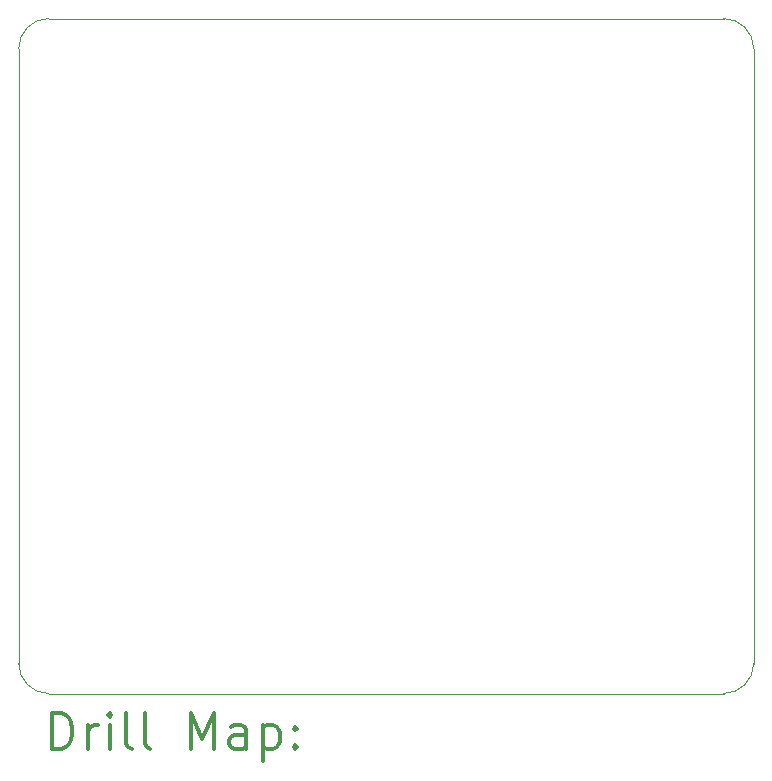
<source format=gbr>
%FSLAX45Y45*%
G04 Gerber Fmt 4.5, Leading zero omitted, Abs format (unit mm)*
G04 Created by KiCad (PCBNEW 5.1.9+dfsg1-1) date 2022-02-22 21:23:56*
%MOMM*%
%LPD*%
G01*
G04 APERTURE LIST*
%TA.AperFunction,Profile*%
%ADD10C,0.050000*%
%TD*%
%ADD11C,0.200000*%
%ADD12C,0.300000*%
G04 APERTURE END LIST*
D10*
X6096000Y-7366000D02*
X11811000Y-7366000D01*
X5842000Y-1905000D02*
X5842000Y-7112000D01*
X12065000Y-7112000D02*
G75*
G02*
X11811000Y-7366000I-254000J0D01*
G01*
X12065000Y-1905000D02*
X12065000Y-7112000D01*
X11811000Y-1651000D02*
G75*
G02*
X12065000Y-1905000I0J-254000D01*
G01*
X6096000Y-7366000D02*
G75*
G02*
X5842000Y-7112000I0J254000D01*
G01*
X5842000Y-1905000D02*
G75*
G02*
X6096000Y-1651000I254000J0D01*
G01*
X6096000Y-1651000D02*
X11811000Y-1651000D01*
D11*
D12*
X6125928Y-7834214D02*
X6125928Y-7534214D01*
X6197357Y-7534214D01*
X6240214Y-7548500D01*
X6268786Y-7577071D01*
X6283071Y-7605643D01*
X6297357Y-7662786D01*
X6297357Y-7705643D01*
X6283071Y-7762786D01*
X6268786Y-7791357D01*
X6240214Y-7819929D01*
X6197357Y-7834214D01*
X6125928Y-7834214D01*
X6425928Y-7834214D02*
X6425928Y-7634214D01*
X6425928Y-7691357D02*
X6440214Y-7662786D01*
X6454500Y-7648500D01*
X6483071Y-7634214D01*
X6511643Y-7634214D01*
X6611643Y-7834214D02*
X6611643Y-7634214D01*
X6611643Y-7534214D02*
X6597357Y-7548500D01*
X6611643Y-7562786D01*
X6625928Y-7548500D01*
X6611643Y-7534214D01*
X6611643Y-7562786D01*
X6797357Y-7834214D02*
X6768786Y-7819929D01*
X6754500Y-7791357D01*
X6754500Y-7534214D01*
X6954500Y-7834214D02*
X6925928Y-7819929D01*
X6911643Y-7791357D01*
X6911643Y-7534214D01*
X7297357Y-7834214D02*
X7297357Y-7534214D01*
X7397357Y-7748500D01*
X7497357Y-7534214D01*
X7497357Y-7834214D01*
X7768786Y-7834214D02*
X7768786Y-7677071D01*
X7754500Y-7648500D01*
X7725928Y-7634214D01*
X7668786Y-7634214D01*
X7640214Y-7648500D01*
X7768786Y-7819929D02*
X7740214Y-7834214D01*
X7668786Y-7834214D01*
X7640214Y-7819929D01*
X7625928Y-7791357D01*
X7625928Y-7762786D01*
X7640214Y-7734214D01*
X7668786Y-7719929D01*
X7740214Y-7719929D01*
X7768786Y-7705643D01*
X7911643Y-7634214D02*
X7911643Y-7934214D01*
X7911643Y-7648500D02*
X7940214Y-7634214D01*
X7997357Y-7634214D01*
X8025928Y-7648500D01*
X8040214Y-7662786D01*
X8054500Y-7691357D01*
X8054500Y-7777071D01*
X8040214Y-7805643D01*
X8025928Y-7819929D01*
X7997357Y-7834214D01*
X7940214Y-7834214D01*
X7911643Y-7819929D01*
X8183071Y-7805643D02*
X8197357Y-7819929D01*
X8183071Y-7834214D01*
X8168786Y-7819929D01*
X8183071Y-7805643D01*
X8183071Y-7834214D01*
X8183071Y-7648500D02*
X8197357Y-7662786D01*
X8183071Y-7677071D01*
X8168786Y-7662786D01*
X8183071Y-7648500D01*
X8183071Y-7677071D01*
M02*

</source>
